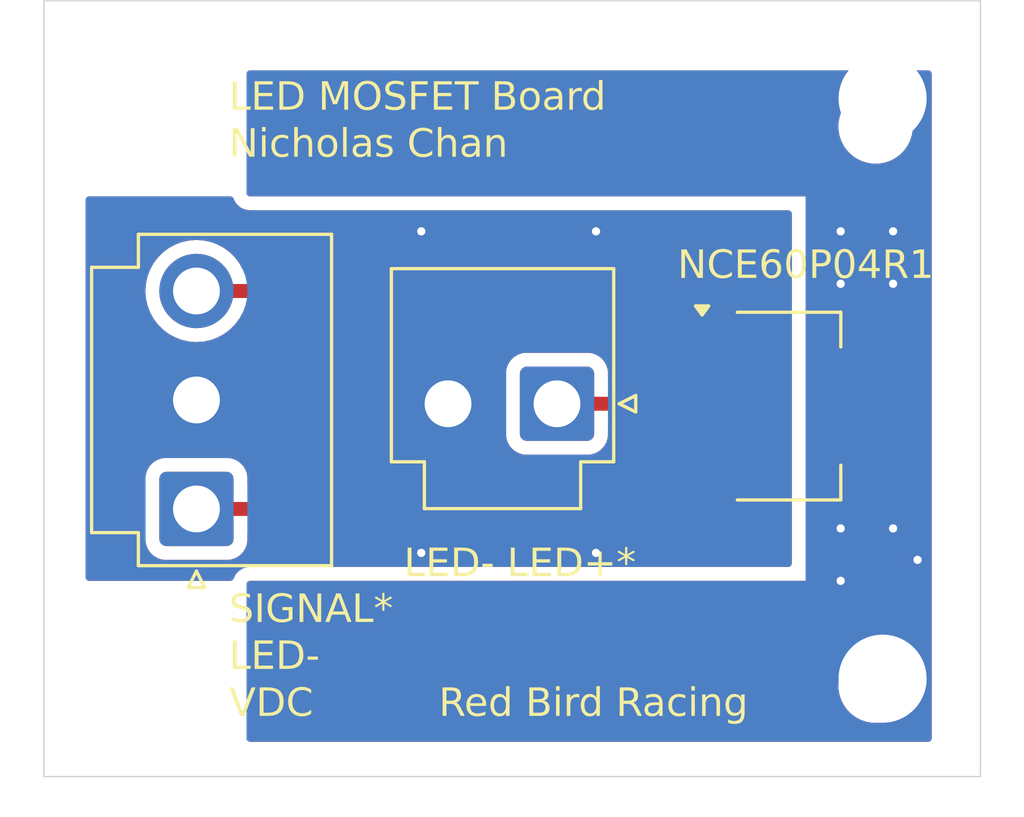
<source format=kicad_pcb>
(kicad_pcb (version 20240108) (generator "pcbnew") (generator_version "8.0")
  (layers (0 "F.Cu" signal) (31 "B.Cu" signal) (34 "B.Paste" user) (35 "F.Paste" user) (36 "B.SilkS" user "B.Silkscreen") (37 "F.SilkS" user "F.Silkscreen") (38 "B.Mask" user) (39 "F.Mask" user) (44 "Edge.Cuts" user))
  (net 0 "")
  (net 1 "LED+")
  (net 2 "LED-")
  (net 3 "VDC")
  (net 4 "SIGNAL")
  (footprint "Connector_JST:JST_VH_B3P-VH_1x03_P3.96mm_Vertical" (layer "F.Cu") (at 87.08 86.2875 90)
    (property "Reference" "J2" (hide yes))
    (property "Value" "Conn_01x03_Pin")
    (fp_line (start 8.78 -3.81) (end 8.78 -2.11) (stroke (width 0.12)) (layer "F.SilkS"))
    (fp_line (start -0.86 -3.81) (end 8.78 -3.81) (stroke (width 0.12)) (layer "F.SilkS"))
    (fp_line (start 9.98 -2.11) (end 9.98 4.91) (stroke (width 0.12)) (layer "F.SilkS"))
    (fp_line (start 8.78 -2.11) (end 9.98 -2.11) (stroke (width 0.12)) (layer "F.SilkS"))
    (fp_line (start -0.86 -2.11) (end -0.86 -3.81) (stroke (width 0.12)) (layer "F.SilkS"))
    (fp_line (start -2.06 -2.11) (end -0.86 -2.11) (stroke (width 0.12)) (layer "F.SilkS"))
    (fp_line (start -2.86 -0.3) (end -2.26 0) (stroke (width 0.12)) (layer "F.SilkS"))
    (fp_line (start -2.26 0) (end -2.86 0.3) (stroke (width 0.12)) (layer "F.SilkS"))
    (fp_line (start -2.86 0.3) (end -2.86 -0.3) (stroke (width 0.12)) (layer "F.SilkS"))
    (fp_line (start 9.98 4.91) (end -2.06 4.91) (stroke (width 0.12)) (layer "F.SilkS"))
    (fp_line (start -2.06 4.91) (end -2.06 -2.11) (stroke (width 0.12)) (layer "F.SilkS"))
    (pad "1" thru_hole roundrect (at 0 0 90) (size 2.7 2.7) (drill 1.7) (layers "*.Cu" "*.Mask") (roundrect_rratio 0.092593) (net 3 "VDC"))
    (pad "2" thru_hole circle (at 3.96 0 90) (size 2.7 2.7) (drill 1.7) (layers "*.Cu" "*.Mask") (net 2 "LED-"))
    (pad "3" thru_hole circle (at 7.92 0 90) (size 2.7 2.7) (drill 1.7) (layers "*.Cu" "*.Mask") (net 4 "SIGNAL"))
  )
  (footprint "MountingHole:MountingHole_3.2mm_M3" (layer "F.Cu") (at 85.09 71.374)
    (property "Reference" "H1" (hide yes))
    (property "Value" "MountingHole")
    (pad "" np_thru_hole circle (at 0 0) (size 3.2 3.2) (drill 3.2) (layers "*.Cu" "*.Mask"))
  )
  (footprint "MountingHole:MountingHole_3.2mm_M3" (layer "F.Cu") (at 85.09 92.456)
    (property "Reference" "H2" (hide yes))
    (property "Value" "MountingHole")
    (pad "" np_thru_hole circle (at 0 0) (size 3.2 3.2) (drill 3.2) (layers "*.Cu" "*.Mask"))
  )
  (footprint "Connector_JST:JST_VH_B2P-VH_1x02_P3.96mm_Vertical" (layer "F.Cu") (at 100.1825 82.465 180)
    (property "Reference" "J1" (hide yes))
    (property "Value" "Conn_01x02_Pin")
    (fp_line (start 6.02 4.91) (end -2.06 4.91) (stroke (width 0.12)) (layer "F.SilkS"))
    (fp_line (start 6.02 -2.11) (end 6.02 4.91) (stroke (width 0.12)) (layer "F.SilkS"))
    (fp_line (start 4.82 -2.11) (end 6.02 -2.11) (stroke (width 0.12)) (layer "F.SilkS"))
    (fp_line (start 4.82 -3.81) (end 4.82 -2.11) (stroke (width 0.12)) (layer "F.SilkS"))
    (fp_line (start -0.86 -2.11) (end -0.86 -3.81) (stroke (width 0.12)) (layer "F.SilkS"))
    (fp_line (start -0.86 -3.81) (end 4.82 -3.81) (stroke (width 0.12)) (layer "F.SilkS"))
    (fp_line (start -2.06 4.91) (end -2.06 -2.11) (stroke (width 0.12)) (layer "F.SilkS"))
    (fp_line (start -2.06 -2.11) (end -0.86 -2.11) (stroke (width 0.12)) (layer "F.SilkS"))
    (fp_line (start -2.26 0) (end -2.86 0.3) (stroke (width 0.12)) (layer "F.SilkS"))
    (fp_line (start -2.86 0.3) (end -2.86 -0.3) (stroke (width 0.12)) (layer "F.SilkS"))
    (fp_line (start -2.86 -0.3) (end -2.26 0) (stroke (width 0.12)) (layer "F.SilkS"))
    (pad "1" thru_hole roundrect (at 0 0 180) (size 2.7 2.7) (drill 1.7) (layers "*.Cu" "*.Mask") (roundrect_rratio 0.092593) (net 1 "LED+"))
    (pad "2" thru_hole circle (at 3.96 0 180) (size 2.7 2.7) (drill 1.7) (layers "*.Cu" "*.Mask") (net 2 "LED-"))
  )
  (footprint "MountingHole:MountingHole_3.2mm_M3" (layer "F.Cu") (at 112.014 71.374)
    (property "Reference" "H3" (hide yes))
    (property "Value" "MountingHole")
    (pad "" np_thru_hole circle (at 0 0) (size 3.2 3.2) (drill 3.2) (layers "*.Cu" "*.Mask"))
  )
  (footprint "Package_TO_SOT_SMD:SOT-223-3_TabPin2" (layer "F.Cu") (at 108.585 82.55)
    (property "Reference" "NCE60P04R1" (at 0.635 -5.08 0) (layer "F.SilkS") (effects (font (size 1.016 1.016) (thickness 0.1524))))
    (property "Value" "NCE60P04R")
    (fp_line (start -1.85 -3.41) (end 1.91 -3.41) (stroke (width 0.12)) (layer "F.SilkS"))
    (fp_line (start -1.85 3.41) (end 1.91 3.41) (stroke (width 0.12)) (layer "F.SilkS"))
    (fp_line (start 1.91 -3.41) (end 1.91 -2.15) (stroke (width 0.12)) (layer "F.SilkS"))
    (fp_line (start 1.91 3.41) (end 1.91 2.15) (stroke (width 0.12)) (layer "F.SilkS"))
    (fp_poly (pts (xy -3.13 -3.31) (xy -3.37 -3.64) (xy -2.89 -3.64) (xy -3.13 -3.31)) (stroke (width 0.12)) (fill solid) (layer "F.SilkS"))
    (pad "1" smd roundrect (at -3.15 -2.3) (size 2 1.5) (layers "F.Cu" "F.Paste" "F.Mask") (net 4 "SIGNAL"))
    (pad "2" smd roundrect (at -3.15 0) (size 2 1.5) (layers "F.Cu" "F.Paste" "F.Mask") (net 1 "LED+"))
    (pad "2" smd roundrect (at 3.15 0) (size 2 3.8) (layers "F.Cu" "F.Paste" "F.Mask") (net 1 "LED+"))
    (pad "3" smd roundrect (at -3.15 2.3) (size 2 1.5) (layers "F.Cu" "F.Paste" "F.Mask") (net 3 "VDC"))
  )
  (footprint "MountingHole:MountingHole_3.2mm_M3" (layer "F.Cu") (at 112.014 92.456)
    (property "Reference" "H4" (hide yes))
    (property "Value" "MountingHole")
    (pad "" np_thru_hole circle (at 0 0) (size 3.2 3.2) (drill 3.2) (layers "*.Cu" "*.Mask"))
  )
  (gr_rect (start 81.534 67.818) (end 115.57 96.012) (stroke (width 0.05)) (fill none) (layer "Edge.Cuts"))
  (gr_text "Red Bird Racing" (at 95.885 93.98 0) (layer "F.SilkS") (effects (font (size 1.016 1.016) (thickness 0.1524)) (justify left bottom)))
  (gr_text "SIGNAL*\nLED-\nVDC" (at 88.265 93.98 0) (layer "F.SilkS") (effects (font (size 1.016 1.016) (thickness 0.1524)) (justify left bottom)))
  (gr_text "LED MOSFET Board\nNicholas Chan\n" (at 88.265 73.66 0) (layer "F.SilkS") (effects (font (size 1.016 1.016) (thickness 0.1524)) (justify left bottom)))
  (gr_text "LED- LED+*" (at 94.615 88.9 0) (layer "F.SilkS") (effects (font (size 1.016 1.016) (thickness 0.1524)) (justify left bottom)))
  (segment (start 100.1825 82.465) (end 105.35 82.465) (width 0.508) (layer "F.Cu") (net 1))
  (segment (start 105.35 82.465) (end 105.435 82.55) (width 0.508) (layer "F.Cu") (net 1))
  (via (at 113.284 88.138) (size 0.6) (drill 0.3) (layers "F.Cu" "B.Cu") (net 1))
  (via (at 112.395 76.2) (size 0.6) (drill 0.3) (layers "F.Cu" "B.Cu") (net 1))
  (via (at 112.395 78.105) (size 0.6) (drill 0.3) (layers "F.Cu" "B.Cu") (net 1))
  (via (at 110.49 88.9) (size 0.6) (drill 0.3) (layers "F.Cu" "B.Cu") (net 1))
  (via (at 112.395 86.995) (size 0.6) (drill 0.3) (layers "F.Cu" "B.Cu") (net 1))
  (via (at 110.49 76.2) (size 0.6) (drill 0.3) (layers "F.Cu" "B.Cu") (net 1))
  (via (at 110.49 86.995) (size 0.6) (drill 0.3) (layers "F.Cu" "B.Cu") (net 1))
  (via (at 110.49 78.105) (size 0.6) (drill 0.3) (layers "F.Cu" "B.Cu") (net 1))
  (segment (start 87.08 82.3275) (end 96.085 82.3275) (width 0.508) (layer "F.Cu") (net 2))
  (segment (start 96.085 82.3275) (end 96.2225 82.465) (width 0.508) (layer "F.Cu") (net 2))
  (via (at 95.25 76.2) (size 0.6) (drill 0.3) (layers "F.Cu" "B.Cu") (net 2))
  (via (at 101.6 87.884) (size 0.6) (drill 0.3) (layers "F.Cu" "B.Cu") (net 2))
  (via (at 101.6 76.2) (size 0.6) (drill 0.3) (layers "F.Cu" "B.Cu") (net 2))
  (via (at 95.25 87.884) (size 0.6) (drill 0.3) (layers "F.Cu" "B.Cu") (net 2))
  (segment (start 103.9975 86.2875) (end 105.435 84.85) (width 0.508) (layer "F.Cu") (net 3))
  (segment (start 87.08 86.2875) (end 103.9975 86.2875) (width 0.508) (layer "F.Cu") (net 3))
  (segment (start 103.5525 78.3675) (end 105.435 80.25) (width 0.508) (layer "F.Cu") (net 4))
  (segment (start 87.08 78.3675) (end 103.5525 78.3675) (width 0.508) (layer "F.Cu") (net 4))
  (zone (net 1) (net_name "LED+") (layers "F&B.Cu") (priority 1) (connect_pads yes (clearance 0.5)) (min_thickness 0.25) (fill yes (thermal_gap 0.5) (thermal_bridge_width 0.5))
    (polygon (pts (xy 88.9 95.25) (xy 88.9 88.9) (xy 109.22 88.9) (xy 109.22 74.93) (xy 88.9 74.93) (xy 88.9 69.85) (xy 114.3 69.85) (xy 114.3 95.25)))
  )
  (zone (net 2) (net_name "LED-") (layers "F&B.Cu") (connect_pads yes (clearance 0.5)) (min_thickness 0.25) (fill yes (thermal_gap 0.5) (thermal_bridge_width 0.5))
    (polygon (pts (xy 109.22 74.93) (xy 109.22 88.9) (xy 82.55 88.9) (xy 82.55 74.93)))
  )
)
</source>
